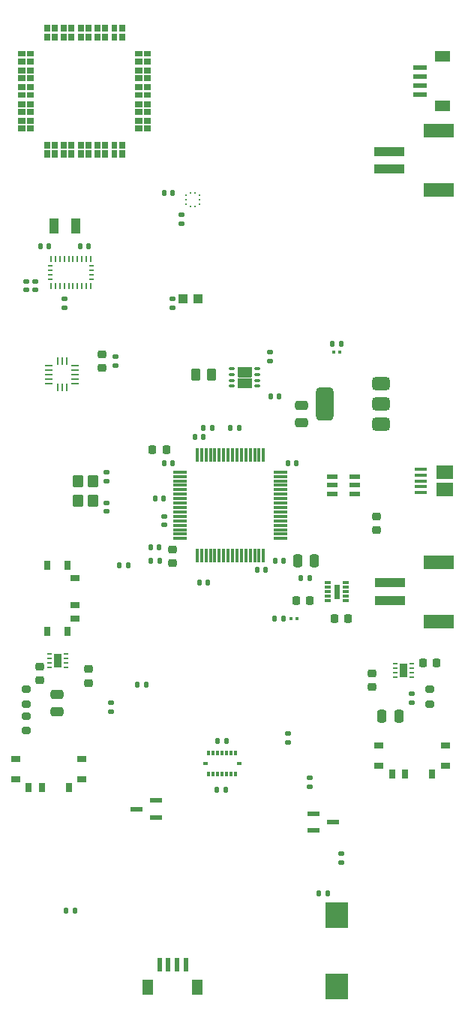
<source format=gbr>
G04 #@! TF.GenerationSoftware,KiCad,Pcbnew,9.0.4*
G04 #@! TF.CreationDate,2025-12-10T12:01:20-06:00*
G04 #@! TF.ProjectId,flightcompv2,666c6967-6874-4636-9f6d-7076322e6b69,rev?*
G04 #@! TF.SameCoordinates,Original*
G04 #@! TF.FileFunction,Paste,Top*
G04 #@! TF.FilePolarity,Positive*
%FSLAX46Y46*%
G04 Gerber Fmt 4.6, Leading zero omitted, Abs format (unit mm)*
G04 Created by KiCad (PCBNEW 9.0.4) date 2025-12-10 12:01:20*
%MOMM*%
%LPD*%
G01*
G04 APERTURE LIST*
G04 Aperture macros list*
%AMRoundRect*
0 Rectangle with rounded corners*
0 $1 Rounding radius*
0 $2 $3 $4 $5 $6 $7 $8 $9 X,Y pos of 4 corners*
0 Add a 4 corners polygon primitive as box body*
4,1,4,$2,$3,$4,$5,$6,$7,$8,$9,$2,$3,0*
0 Add four circle primitives for the rounded corners*
1,1,$1+$1,$2,$3*
1,1,$1+$1,$4,$5*
1,1,$1+$1,$6,$7*
1,1,$1+$1,$8,$9*
0 Add four rect primitives between the rounded corners*
20,1,$1+$1,$2,$3,$4,$5,0*
20,1,$1+$1,$4,$5,$6,$7,0*
20,1,$1+$1,$6,$7,$8,$9,0*
20,1,$1+$1,$8,$9,$2,$3,0*%
G04 Aperture macros list end*
%ADD10C,0.000000*%
%ADD11C,0.010000*%
%ADD12R,1.000000X1.800000*%
%ADD13RoundRect,0.250000X-0.475000X0.250000X-0.475000X-0.250000X0.475000X-0.250000X0.475000X0.250000X0*%
%ADD14RoundRect,0.218750X-0.256250X0.218750X-0.256250X-0.218750X0.256250X-0.218750X0.256250X0.218750X0*%
%ADD15R,1.100000X0.700000*%
%ADD16R,0.800000X1.000000*%
%ADD17R,1.549400X0.609600*%
%ADD18R,1.803400X1.193800*%
%ADD19RoundRect,0.225000X0.225000X0.250000X-0.225000X0.250000X-0.225000X-0.250000X0.225000X-0.250000X0*%
%ADD20RoundRect,0.140000X-0.140000X-0.170000X0.140000X-0.170000X0.140000X0.170000X-0.140000X0.170000X0*%
%ADD21RoundRect,0.073750X-0.531250X-0.221250X0.531250X-0.221250X0.531250X0.221250X-0.531250X0.221250X0*%
%ADD22RoundRect,0.225000X-0.250000X0.225000X-0.250000X-0.225000X0.250000X-0.225000X0.250000X0.225000X0*%
%ADD23RoundRect,0.250000X-0.350000X0.450000X-0.350000X-0.450000X0.350000X-0.450000X0.350000X0.450000X0*%
%ADD24R,0.609600X1.549400*%
%ADD25R,1.193800X1.803400*%
%ADD26RoundRect,0.135000X0.185000X-0.135000X0.185000X0.135000X-0.185000X0.135000X-0.185000X-0.135000X0*%
%ADD27R,1.100000X1.000000*%
%ADD28RoundRect,0.218750X-0.218750X-0.256250X0.218750X-0.256250X0.218750X0.256250X-0.218750X0.256250X0*%
%ADD29RoundRect,0.135000X-0.135000X-0.185000X0.135000X-0.185000X0.135000X0.185000X-0.135000X0.185000X0*%
%ADD30R,1.350000X0.400000*%
%ADD31R,1.900000X1.500000*%
%ADD32RoundRect,0.140000X0.170000X-0.140000X0.170000X0.140000X-0.170000X0.140000X-0.170000X-0.140000X0*%
%ADD33R,2.500000X3.000000*%
%ADD34R,0.499999X0.249999*%
%ADD35R,0.900001X1.599999*%
%ADD36R,1.320800X0.558800*%
%ADD37RoundRect,0.200000X-0.275000X0.200000X-0.275000X-0.200000X0.275000X-0.200000X0.275000X0.200000X0*%
%ADD38R,0.250000X0.675000*%
%ADD39R,0.575000X0.250000*%
%ADD40RoundRect,0.225000X0.250000X-0.225000X0.250000X0.225000X-0.250000X0.225000X-0.250000X-0.225000X0*%
%ADD41RoundRect,0.140000X0.140000X0.170000X-0.140000X0.170000X-0.140000X-0.170000X0.140000X-0.170000X0*%
%ADD42R,0.250000X0.275000*%
%ADD43R,0.275000X0.250000*%
%ADD44R,3.500000X1.000000*%
%ADD45R,3.400000X1.500000*%
%ADD46RoundRect,0.135000X0.135000X0.185000X-0.135000X0.185000X-0.135000X-0.185000X0.135000X-0.185000X0*%
%ADD47RoundRect,0.075000X-0.700000X-0.075000X0.700000X-0.075000X0.700000X0.075000X-0.700000X0.075000X0*%
%ADD48RoundRect,0.075000X-0.075000X-0.700000X0.075000X-0.700000X0.075000X0.700000X-0.075000X0.700000X0*%
%ADD49RoundRect,0.250000X-0.262500X-0.450000X0.262500X-0.450000X0.262500X0.450000X-0.262500X0.450000X0*%
%ADD50RoundRect,0.140000X-0.170000X0.140000X-0.170000X-0.140000X0.170000X-0.140000X0.170000X0.140000X0*%
%ADD51RoundRect,0.135000X-0.185000X0.135000X-0.185000X-0.135000X0.185000X-0.135000X0.185000X0.135000X0*%
%ADD52RoundRect,0.250000X0.250000X0.475000X-0.250000X0.475000X-0.250000X-0.475000X0.250000X-0.475000X0*%
%ADD53R,0.700000X1.100000*%
%ADD54R,1.000000X0.800000*%
%ADD55RoundRect,0.052500X-0.247500X-0.097500X0.247500X-0.097500X0.247500X0.097500X-0.247500X0.097500X0*%
%ADD56RoundRect,0.250000X-0.250000X-0.475000X0.250000X-0.475000X0.250000X0.475000X-0.250000X0.475000X0*%
%ADD57R,0.350000X0.590000*%
%ADD58R,0.590000X0.350000*%
%ADD59RoundRect,0.375000X0.625000X0.375000X-0.625000X0.375000X-0.625000X-0.375000X0.625000X-0.375000X0*%
%ADD60RoundRect,0.500000X0.500000X1.400000X-0.500000X1.400000X-0.500000X-1.400000X0.500000X-1.400000X0*%
%ADD61R,0.830000X0.270000*%
%ADD62R,0.270000X0.830000*%
%ADD63RoundRect,0.079500X-0.079500X-0.100500X0.079500X-0.100500X0.079500X0.100500X-0.079500X0.100500X0*%
%ADD64RoundRect,0.033750X0.336250X0.101250X-0.336250X0.101250X-0.336250X-0.101250X0.336250X-0.101250X0*%
%ADD65RoundRect,0.200000X0.275000X-0.200000X0.275000X0.200000X-0.275000X0.200000X-0.275000X-0.200000X0*%
%ADD66RoundRect,0.218750X0.218750X0.256250X-0.218750X0.256250X-0.218750X-0.256250X0.218750X-0.256250X0*%
G04 APERTURE END LIST*
D10*
G36*
X161426999Y-111983001D02*
G01*
X160573001Y-111983001D01*
X160573001Y-110517002D01*
X161426999Y-110517002D01*
X161426999Y-111983001D01*
G37*
G36*
X200476998Y-113132995D02*
G01*
X199623000Y-113132995D01*
X199623000Y-111666996D01*
X200476998Y-111666996D01*
X200476998Y-113132995D01*
G37*
D11*
X157260000Y-43060000D02*
X156540000Y-43060000D01*
X156540000Y-42480000D01*
X157260000Y-42480000D01*
X157260000Y-43060000D01*
G36*
X157260000Y-43060000D02*
G01*
X156540000Y-43060000D01*
X156540000Y-42480000D01*
X157260000Y-42480000D01*
X157260000Y-43060000D01*
G37*
X157260000Y-43920000D02*
X156540000Y-43920000D01*
X156540000Y-43340000D01*
X157260000Y-43340000D01*
X157260000Y-43920000D01*
G36*
X157260000Y-43920000D02*
G01*
X156540000Y-43920000D01*
X156540000Y-43340000D01*
X157260000Y-43340000D01*
X157260000Y-43920000D01*
G37*
X157260000Y-44960000D02*
X156540000Y-44960000D01*
X156540000Y-44380000D01*
X157260000Y-44380000D01*
X157260000Y-44960000D01*
G36*
X157260000Y-44960000D02*
G01*
X156540000Y-44960000D01*
X156540000Y-44380000D01*
X157260000Y-44380000D01*
X157260000Y-44960000D01*
G37*
X157260000Y-45820000D02*
X156540000Y-45820000D01*
X156540000Y-45240000D01*
X157260000Y-45240000D01*
X157260000Y-45820000D01*
G36*
X157260000Y-45820000D02*
G01*
X156540000Y-45820000D01*
X156540000Y-45240000D01*
X157260000Y-45240000D01*
X157260000Y-45820000D01*
G37*
X157260000Y-46860000D02*
X156540000Y-46860000D01*
X156540000Y-46280000D01*
X157260000Y-46280000D01*
X157260000Y-46860000D01*
G36*
X157260000Y-46860000D02*
G01*
X156540000Y-46860000D01*
X156540000Y-46280000D01*
X157260000Y-46280000D01*
X157260000Y-46860000D01*
G37*
X157260000Y-47720000D02*
X156540000Y-47720000D01*
X156540000Y-47140000D01*
X157260000Y-47140000D01*
X157260000Y-47720000D01*
G36*
X157260000Y-47720000D02*
G01*
X156540000Y-47720000D01*
X156540000Y-47140000D01*
X157260000Y-47140000D01*
X157260000Y-47720000D01*
G37*
X157260000Y-48760000D02*
X156540000Y-48760000D01*
X156540000Y-48180000D01*
X157260000Y-48180000D01*
X157260000Y-48760000D01*
G36*
X157260000Y-48760000D02*
G01*
X156540000Y-48760000D01*
X156540000Y-48180000D01*
X157260000Y-48180000D01*
X157260000Y-48760000D01*
G37*
X157260000Y-49620000D02*
X156540000Y-49620000D01*
X156540000Y-49040000D01*
X157260000Y-49040000D01*
X157260000Y-49620000D01*
G36*
X157260000Y-49620000D02*
G01*
X156540000Y-49620000D01*
X156540000Y-49040000D01*
X157260000Y-49040000D01*
X157260000Y-49620000D01*
G37*
X157260000Y-50660000D02*
X156540000Y-50660000D01*
X156540000Y-50080000D01*
X157260000Y-50080000D01*
X157260000Y-50660000D01*
G36*
X157260000Y-50660000D02*
G01*
X156540000Y-50660000D01*
X156540000Y-50080000D01*
X157260000Y-50080000D01*
X157260000Y-50660000D01*
G37*
X157260000Y-51520000D02*
X156540000Y-51520000D01*
X156540000Y-50940000D01*
X157260000Y-50940000D01*
X157260000Y-51520000D01*
G36*
X157260000Y-51520000D02*
G01*
X156540000Y-51520000D01*
X156540000Y-50940000D01*
X157260000Y-50940000D01*
X157260000Y-51520000D01*
G37*
X158260000Y-43060000D02*
X157540000Y-43060000D01*
X157540000Y-42480000D01*
X158260000Y-42480000D01*
X158260000Y-43060000D01*
G36*
X158260000Y-43060000D02*
G01*
X157540000Y-43060000D01*
X157540000Y-42480000D01*
X158260000Y-42480000D01*
X158260000Y-43060000D01*
G37*
X158260000Y-43920000D02*
X157540000Y-43920000D01*
X157540000Y-43340000D01*
X158260000Y-43340000D01*
X158260000Y-43920000D01*
G36*
X158260000Y-43920000D02*
G01*
X157540000Y-43920000D01*
X157540000Y-43340000D01*
X158260000Y-43340000D01*
X158260000Y-43920000D01*
G37*
X158260000Y-44960000D02*
X157540000Y-44960000D01*
X157540000Y-44380000D01*
X158260000Y-44380000D01*
X158260000Y-44960000D01*
G36*
X158260000Y-44960000D02*
G01*
X157540000Y-44960000D01*
X157540000Y-44380000D01*
X158260000Y-44380000D01*
X158260000Y-44960000D01*
G37*
X158260000Y-45820000D02*
X157540000Y-45820000D01*
X157540000Y-45240000D01*
X158260000Y-45240000D01*
X158260000Y-45820000D01*
G36*
X158260000Y-45820000D02*
G01*
X157540000Y-45820000D01*
X157540000Y-45240000D01*
X158260000Y-45240000D01*
X158260000Y-45820000D01*
G37*
X158260000Y-46860000D02*
X157540000Y-46860000D01*
X157540000Y-46280000D01*
X158260000Y-46280000D01*
X158260000Y-46860000D01*
G36*
X158260000Y-46860000D02*
G01*
X157540000Y-46860000D01*
X157540000Y-46280000D01*
X158260000Y-46280000D01*
X158260000Y-46860000D01*
G37*
X158260000Y-47720000D02*
X157540000Y-47720000D01*
X157540000Y-47140000D01*
X158260000Y-47140000D01*
X158260000Y-47720000D01*
G36*
X158260000Y-47720000D02*
G01*
X157540000Y-47720000D01*
X157540000Y-47140000D01*
X158260000Y-47140000D01*
X158260000Y-47720000D01*
G37*
X158260000Y-48760000D02*
X157540000Y-48760000D01*
X157540000Y-48180000D01*
X158260000Y-48180000D01*
X158260000Y-48760000D01*
G36*
X158260000Y-48760000D02*
G01*
X157540000Y-48760000D01*
X157540000Y-48180000D01*
X158260000Y-48180000D01*
X158260000Y-48760000D01*
G37*
X158260000Y-49620000D02*
X157540000Y-49620000D01*
X157540000Y-49040000D01*
X158260000Y-49040000D01*
X158260000Y-49620000D01*
G36*
X158260000Y-49620000D02*
G01*
X157540000Y-49620000D01*
X157540000Y-49040000D01*
X158260000Y-49040000D01*
X158260000Y-49620000D01*
G37*
X158260000Y-50660000D02*
X157540000Y-50660000D01*
X157540000Y-50080000D01*
X158260000Y-50080000D01*
X158260000Y-50660000D01*
G36*
X158260000Y-50660000D02*
G01*
X157540000Y-50660000D01*
X157540000Y-50080000D01*
X158260000Y-50080000D01*
X158260000Y-50660000D01*
G37*
X158260000Y-51520000D02*
X157540000Y-51520000D01*
X157540000Y-50940000D01*
X158260000Y-50940000D01*
X158260000Y-51520000D01*
G36*
X158260000Y-51520000D02*
G01*
X157540000Y-51520000D01*
X157540000Y-50940000D01*
X158260000Y-50940000D01*
X158260000Y-51520000D01*
G37*
X160060000Y-40260000D02*
X159480000Y-40260000D01*
X159480000Y-39540000D01*
X160060000Y-39540000D01*
X160060000Y-40260000D01*
G36*
X160060000Y-40260000D02*
G01*
X159480000Y-40260000D01*
X159480000Y-39540000D01*
X160060000Y-39540000D01*
X160060000Y-40260000D01*
G37*
X160060000Y-41260000D02*
X159480000Y-41260000D01*
X159480000Y-40540000D01*
X160060000Y-40540000D01*
X160060000Y-41260000D01*
G36*
X160060000Y-41260000D02*
G01*
X159480000Y-41260000D01*
X159480000Y-40540000D01*
X160060000Y-40540000D01*
X160060000Y-41260000D01*
G37*
X160060000Y-53460000D02*
X159480000Y-53460000D01*
X159480000Y-52740000D01*
X160060000Y-52740000D01*
X160060000Y-53460000D01*
G36*
X160060000Y-53460000D02*
G01*
X159480000Y-53460000D01*
X159480000Y-52740000D01*
X160060000Y-52740000D01*
X160060000Y-53460000D01*
G37*
X160060000Y-54460000D02*
X159480000Y-54460000D01*
X159480000Y-53740000D01*
X160060000Y-53740000D01*
X160060000Y-54460000D01*
G36*
X160060000Y-54460000D02*
G01*
X159480000Y-54460000D01*
X159480000Y-53740000D01*
X160060000Y-53740000D01*
X160060000Y-54460000D01*
G37*
X160920000Y-40260000D02*
X160340000Y-40260000D01*
X160340000Y-39540000D01*
X160920000Y-39540000D01*
X160920000Y-40260000D01*
G36*
X160920000Y-40260000D02*
G01*
X160340000Y-40260000D01*
X160340000Y-39540000D01*
X160920000Y-39540000D01*
X160920000Y-40260000D01*
G37*
X160920000Y-41260000D02*
X160340000Y-41260000D01*
X160340000Y-40540000D01*
X160920000Y-40540000D01*
X160920000Y-41260000D01*
G36*
X160920000Y-41260000D02*
G01*
X160340000Y-41260000D01*
X160340000Y-40540000D01*
X160920000Y-40540000D01*
X160920000Y-41260000D01*
G37*
X160920000Y-53460000D02*
X160340000Y-53460000D01*
X160340000Y-52740000D01*
X160920000Y-52740000D01*
X160920000Y-53460000D01*
G36*
X160920000Y-53460000D02*
G01*
X160340000Y-53460000D01*
X160340000Y-52740000D01*
X160920000Y-52740000D01*
X160920000Y-53460000D01*
G37*
X160920000Y-54460000D02*
X160340000Y-54460000D01*
X160340000Y-53740000D01*
X160920000Y-53740000D01*
X160920000Y-54460000D01*
G36*
X160920000Y-54460000D02*
G01*
X160340000Y-54460000D01*
X160340000Y-53740000D01*
X160920000Y-53740000D01*
X160920000Y-54460000D01*
G37*
X161960000Y-40260000D02*
X161380000Y-40260000D01*
X161380000Y-39540000D01*
X161960000Y-39540000D01*
X161960000Y-40260000D01*
G36*
X161960000Y-40260000D02*
G01*
X161380000Y-40260000D01*
X161380000Y-39540000D01*
X161960000Y-39540000D01*
X161960000Y-40260000D01*
G37*
X161960000Y-41260000D02*
X161380000Y-41260000D01*
X161380000Y-40540000D01*
X161960000Y-40540000D01*
X161960000Y-41260000D01*
G36*
X161960000Y-41260000D02*
G01*
X161380000Y-41260000D01*
X161380000Y-40540000D01*
X161960000Y-40540000D01*
X161960000Y-41260000D01*
G37*
X161960000Y-53460000D02*
X161380000Y-53460000D01*
X161380000Y-52740000D01*
X161960000Y-52740000D01*
X161960000Y-53460000D01*
G36*
X161960000Y-53460000D02*
G01*
X161380000Y-53460000D01*
X161380000Y-52740000D01*
X161960000Y-52740000D01*
X161960000Y-53460000D01*
G37*
X161960000Y-54460000D02*
X161380000Y-54460000D01*
X161380000Y-53740000D01*
X161960000Y-53740000D01*
X161960000Y-54460000D01*
G36*
X161960000Y-54460000D02*
G01*
X161380000Y-54460000D01*
X161380000Y-53740000D01*
X161960000Y-53740000D01*
X161960000Y-54460000D01*
G37*
X162820000Y-40260000D02*
X162240000Y-40260000D01*
X162240000Y-39540000D01*
X162820000Y-39540000D01*
X162820000Y-40260000D01*
G36*
X162820000Y-40260000D02*
G01*
X162240000Y-40260000D01*
X162240000Y-39540000D01*
X162820000Y-39540000D01*
X162820000Y-40260000D01*
G37*
X162820000Y-41260000D02*
X162240000Y-41260000D01*
X162240000Y-40540000D01*
X162820000Y-40540000D01*
X162820000Y-41260000D01*
G36*
X162820000Y-41260000D02*
G01*
X162240000Y-41260000D01*
X162240000Y-40540000D01*
X162820000Y-40540000D01*
X162820000Y-41260000D01*
G37*
X162820000Y-53460000D02*
X162240000Y-53460000D01*
X162240000Y-52740000D01*
X162820000Y-52740000D01*
X162820000Y-53460000D01*
G36*
X162820000Y-53460000D02*
G01*
X162240000Y-53460000D01*
X162240000Y-52740000D01*
X162820000Y-52740000D01*
X162820000Y-53460000D01*
G37*
X162820000Y-54460000D02*
X162240000Y-54460000D01*
X162240000Y-53740000D01*
X162820000Y-53740000D01*
X162820000Y-54460000D01*
G36*
X162820000Y-54460000D02*
G01*
X162240000Y-54460000D01*
X162240000Y-53740000D01*
X162820000Y-53740000D01*
X162820000Y-54460000D01*
G37*
X163860000Y-40260000D02*
X163280000Y-40260000D01*
X163280000Y-39540000D01*
X163860000Y-39540000D01*
X163860000Y-40260000D01*
G36*
X163860000Y-40260000D02*
G01*
X163280000Y-40260000D01*
X163280000Y-39540000D01*
X163860000Y-39540000D01*
X163860000Y-40260000D01*
G37*
X163860000Y-41260000D02*
X163280000Y-41260000D01*
X163280000Y-40540000D01*
X163860000Y-40540000D01*
X163860000Y-41260000D01*
G36*
X163860000Y-41260000D02*
G01*
X163280000Y-41260000D01*
X163280000Y-40540000D01*
X163860000Y-40540000D01*
X163860000Y-41260000D01*
G37*
X163860000Y-53460000D02*
X163280000Y-53460000D01*
X163280000Y-52740000D01*
X163860000Y-52740000D01*
X163860000Y-53460000D01*
G36*
X163860000Y-53460000D02*
G01*
X163280000Y-53460000D01*
X163280000Y-52740000D01*
X163860000Y-52740000D01*
X163860000Y-53460000D01*
G37*
X163860000Y-54460000D02*
X163280000Y-54460000D01*
X163280000Y-53740000D01*
X163860000Y-53740000D01*
X163860000Y-54460000D01*
G36*
X163860000Y-54460000D02*
G01*
X163280000Y-54460000D01*
X163280000Y-53740000D01*
X163860000Y-53740000D01*
X163860000Y-54460000D01*
G37*
X164720000Y-40260000D02*
X164140000Y-40260000D01*
X164140000Y-39540000D01*
X164720000Y-39540000D01*
X164720000Y-40260000D01*
G36*
X164720000Y-40260000D02*
G01*
X164140000Y-40260000D01*
X164140000Y-39540000D01*
X164720000Y-39540000D01*
X164720000Y-40260000D01*
G37*
X164720000Y-41260000D02*
X164140000Y-41260000D01*
X164140000Y-40540000D01*
X164720000Y-40540000D01*
X164720000Y-41260000D01*
G36*
X164720000Y-41260000D02*
G01*
X164140000Y-41260000D01*
X164140000Y-40540000D01*
X164720000Y-40540000D01*
X164720000Y-41260000D01*
G37*
X164720000Y-53460000D02*
X164140000Y-53460000D01*
X164140000Y-52740000D01*
X164720000Y-52740000D01*
X164720000Y-53460000D01*
G36*
X164720000Y-53460000D02*
G01*
X164140000Y-53460000D01*
X164140000Y-52740000D01*
X164720000Y-52740000D01*
X164720000Y-53460000D01*
G37*
X164720000Y-54460000D02*
X164140000Y-54460000D01*
X164140000Y-53740000D01*
X164720000Y-53740000D01*
X164720000Y-54460000D01*
G36*
X164720000Y-54460000D02*
G01*
X164140000Y-54460000D01*
X164140000Y-53740000D01*
X164720000Y-53740000D01*
X164720000Y-54460000D01*
G37*
X165760000Y-40260000D02*
X165180000Y-40260000D01*
X165180000Y-39540000D01*
X165760000Y-39540000D01*
X165760000Y-40260000D01*
G36*
X165760000Y-40260000D02*
G01*
X165180000Y-40260000D01*
X165180000Y-39540000D01*
X165760000Y-39540000D01*
X165760000Y-40260000D01*
G37*
X165760000Y-41260000D02*
X165180000Y-41260000D01*
X165180000Y-40540000D01*
X165760000Y-40540000D01*
X165760000Y-41260000D01*
G36*
X165760000Y-41260000D02*
G01*
X165180000Y-41260000D01*
X165180000Y-40540000D01*
X165760000Y-40540000D01*
X165760000Y-41260000D01*
G37*
X165760000Y-53460000D02*
X165180000Y-53460000D01*
X165180000Y-52740000D01*
X165760000Y-52740000D01*
X165760000Y-53460000D01*
G36*
X165760000Y-53460000D02*
G01*
X165180000Y-53460000D01*
X165180000Y-52740000D01*
X165760000Y-52740000D01*
X165760000Y-53460000D01*
G37*
X165760000Y-54460000D02*
X165180000Y-54460000D01*
X165180000Y-53740000D01*
X165760000Y-53740000D01*
X165760000Y-54460000D01*
G36*
X165760000Y-54460000D02*
G01*
X165180000Y-54460000D01*
X165180000Y-53740000D01*
X165760000Y-53740000D01*
X165760000Y-54460000D01*
G37*
X166620000Y-40260000D02*
X166040000Y-40260000D01*
X166040000Y-39540000D01*
X166620000Y-39540000D01*
X166620000Y-40260000D01*
G36*
X166620000Y-40260000D02*
G01*
X166040000Y-40260000D01*
X166040000Y-39540000D01*
X166620000Y-39540000D01*
X166620000Y-40260000D01*
G37*
X166620000Y-41260000D02*
X166040000Y-41260000D01*
X166040000Y-40540000D01*
X166620000Y-40540000D01*
X166620000Y-41260000D01*
G36*
X166620000Y-41260000D02*
G01*
X166040000Y-41260000D01*
X166040000Y-40540000D01*
X166620000Y-40540000D01*
X166620000Y-41260000D01*
G37*
X166620000Y-53460000D02*
X166040000Y-53460000D01*
X166040000Y-52740000D01*
X166620000Y-52740000D01*
X166620000Y-53460000D01*
G36*
X166620000Y-53460000D02*
G01*
X166040000Y-53460000D01*
X166040000Y-52740000D01*
X166620000Y-52740000D01*
X166620000Y-53460000D01*
G37*
X166620000Y-54460000D02*
X166040000Y-54460000D01*
X166040000Y-53740000D01*
X166620000Y-53740000D01*
X166620000Y-54460000D01*
G36*
X166620000Y-54460000D02*
G01*
X166040000Y-54460000D01*
X166040000Y-53740000D01*
X166620000Y-53740000D01*
X166620000Y-54460000D01*
G37*
X167660000Y-40260000D02*
X167080000Y-40260000D01*
X167080000Y-39540000D01*
X167660000Y-39540000D01*
X167660000Y-40260000D01*
G36*
X167660000Y-40260000D02*
G01*
X167080000Y-40260000D01*
X167080000Y-39540000D01*
X167660000Y-39540000D01*
X167660000Y-40260000D01*
G37*
X167660000Y-41260000D02*
X167080000Y-41260000D01*
X167080000Y-40540000D01*
X167660000Y-40540000D01*
X167660000Y-41260000D01*
G36*
X167660000Y-41260000D02*
G01*
X167080000Y-41260000D01*
X167080000Y-40540000D01*
X167660000Y-40540000D01*
X167660000Y-41260000D01*
G37*
X167660000Y-53460000D02*
X167080000Y-53460000D01*
X167080000Y-52740000D01*
X167660000Y-52740000D01*
X167660000Y-53460000D01*
G36*
X167660000Y-53460000D02*
G01*
X167080000Y-53460000D01*
X167080000Y-52740000D01*
X167660000Y-52740000D01*
X167660000Y-53460000D01*
G37*
X167660000Y-54460000D02*
X167080000Y-54460000D01*
X167080000Y-53740000D01*
X167660000Y-53740000D01*
X167660000Y-54460000D01*
G36*
X167660000Y-54460000D02*
G01*
X167080000Y-54460000D01*
X167080000Y-53740000D01*
X167660000Y-53740000D01*
X167660000Y-54460000D01*
G37*
X168520000Y-40260000D02*
X167940000Y-40260000D01*
X167940000Y-39540000D01*
X168520000Y-39540000D01*
X168520000Y-40260000D01*
G36*
X168520000Y-40260000D02*
G01*
X167940000Y-40260000D01*
X167940000Y-39540000D01*
X168520000Y-39540000D01*
X168520000Y-40260000D01*
G37*
X168520000Y-41260000D02*
X167940000Y-41260000D01*
X167940000Y-40540000D01*
X168520000Y-40540000D01*
X168520000Y-41260000D01*
G36*
X168520000Y-41260000D02*
G01*
X167940000Y-41260000D01*
X167940000Y-40540000D01*
X168520000Y-40540000D01*
X168520000Y-41260000D01*
G37*
X168520000Y-53460000D02*
X167940000Y-53460000D01*
X167940000Y-52740000D01*
X168520000Y-52740000D01*
X168520000Y-53460000D01*
G36*
X168520000Y-53460000D02*
G01*
X167940000Y-53460000D01*
X167940000Y-52740000D01*
X168520000Y-52740000D01*
X168520000Y-53460000D01*
G37*
X168520000Y-54460000D02*
X167940000Y-54460000D01*
X167940000Y-53740000D01*
X168520000Y-53740000D01*
X168520000Y-54460000D01*
G36*
X168520000Y-54460000D02*
G01*
X167940000Y-54460000D01*
X167940000Y-53740000D01*
X168520000Y-53740000D01*
X168520000Y-54460000D01*
G37*
X170460000Y-43060000D02*
X169740000Y-43060000D01*
X169740000Y-42480000D01*
X170460000Y-42480000D01*
X170460000Y-43060000D01*
G36*
X170460000Y-43060000D02*
G01*
X169740000Y-43060000D01*
X169740000Y-42480000D01*
X170460000Y-42480000D01*
X170460000Y-43060000D01*
G37*
X170460000Y-43920000D02*
X169740000Y-43920000D01*
X169740000Y-43340000D01*
X170460000Y-43340000D01*
X170460000Y-43920000D01*
G36*
X170460000Y-43920000D02*
G01*
X169740000Y-43920000D01*
X169740000Y-43340000D01*
X170460000Y-43340000D01*
X170460000Y-43920000D01*
G37*
X170460000Y-44960000D02*
X169740000Y-44960000D01*
X169740000Y-44380000D01*
X170460000Y-44380000D01*
X170460000Y-44960000D01*
G36*
X170460000Y-44960000D02*
G01*
X169740000Y-44960000D01*
X169740000Y-44380000D01*
X170460000Y-44380000D01*
X170460000Y-44960000D01*
G37*
X170460000Y-45820000D02*
X169740000Y-45820000D01*
X169740000Y-45240000D01*
X170460000Y-45240000D01*
X170460000Y-45820000D01*
G36*
X170460000Y-45820000D02*
G01*
X169740000Y-45820000D01*
X169740000Y-45240000D01*
X170460000Y-45240000D01*
X170460000Y-45820000D01*
G37*
X170460000Y-46860000D02*
X169740000Y-46860000D01*
X169740000Y-46280000D01*
X170460000Y-46280000D01*
X170460000Y-46860000D01*
G36*
X170460000Y-46860000D02*
G01*
X169740000Y-46860000D01*
X169740000Y-46280000D01*
X170460000Y-46280000D01*
X170460000Y-46860000D01*
G37*
X170460000Y-47720000D02*
X169740000Y-47720000D01*
X169740000Y-47140000D01*
X170460000Y-47140000D01*
X170460000Y-47720000D01*
G36*
X170460000Y-47720000D02*
G01*
X169740000Y-47720000D01*
X169740000Y-47140000D01*
X170460000Y-47140000D01*
X170460000Y-47720000D01*
G37*
X170460000Y-48760000D02*
X169740000Y-48760000D01*
X169740000Y-48180000D01*
X170460000Y-48180000D01*
X170460000Y-48760000D01*
G36*
X170460000Y-48760000D02*
G01*
X169740000Y-48760000D01*
X169740000Y-48180000D01*
X170460000Y-48180000D01*
X170460000Y-48760000D01*
G37*
X170460000Y-49620000D02*
X169740000Y-49620000D01*
X169740000Y-49040000D01*
X170460000Y-49040000D01*
X170460000Y-49620000D01*
G36*
X170460000Y-49620000D02*
G01*
X169740000Y-49620000D01*
X169740000Y-49040000D01*
X170460000Y-49040000D01*
X170460000Y-49620000D01*
G37*
X170460000Y-50660000D02*
X169740000Y-50660000D01*
X169740000Y-50080000D01*
X170460000Y-50080000D01*
X170460000Y-50660000D01*
G36*
X170460000Y-50660000D02*
G01*
X169740000Y-50660000D01*
X169740000Y-50080000D01*
X170460000Y-50080000D01*
X170460000Y-50660000D01*
G37*
X170460000Y-51520000D02*
X169740000Y-51520000D01*
X169740000Y-50940000D01*
X170460000Y-50940000D01*
X170460000Y-51520000D01*
G36*
X170460000Y-51520000D02*
G01*
X169740000Y-51520000D01*
X169740000Y-50940000D01*
X170460000Y-50940000D01*
X170460000Y-51520000D01*
G37*
X171460000Y-43060000D02*
X170740000Y-43060000D01*
X170740000Y-42480000D01*
X171460000Y-42480000D01*
X171460000Y-43060000D01*
G36*
X171460000Y-43060000D02*
G01*
X170740000Y-43060000D01*
X170740000Y-42480000D01*
X171460000Y-42480000D01*
X171460000Y-43060000D01*
G37*
X171460000Y-43920000D02*
X170740000Y-43920000D01*
X170740000Y-43340000D01*
X171460000Y-43340000D01*
X171460000Y-43920000D01*
G36*
X171460000Y-43920000D02*
G01*
X170740000Y-43920000D01*
X170740000Y-43340000D01*
X171460000Y-43340000D01*
X171460000Y-43920000D01*
G37*
X171460000Y-44960000D02*
X170740000Y-44960000D01*
X170740000Y-44380000D01*
X171460000Y-44380000D01*
X171460000Y-44960000D01*
G36*
X171460000Y-44960000D02*
G01*
X170740000Y-44960000D01*
X170740000Y-44380000D01*
X171460000Y-44380000D01*
X171460000Y-44960000D01*
G37*
X171460000Y-45820000D02*
X170740000Y-45820000D01*
X170740000Y-45240000D01*
X171460000Y-45240000D01*
X171460000Y-45820000D01*
G36*
X171460000Y-45820000D02*
G01*
X170740000Y-45820000D01*
X170740000Y-45240000D01*
X171460000Y-45240000D01*
X171460000Y-45820000D01*
G37*
X171460000Y-46860000D02*
X170740000Y-46860000D01*
X170740000Y-46280000D01*
X171460000Y-46280000D01*
X171460000Y-46860000D01*
G36*
X171460000Y-46860000D02*
G01*
X170740000Y-46860000D01*
X170740000Y-46280000D01*
X171460000Y-46280000D01*
X171460000Y-46860000D01*
G37*
X171460000Y-47720000D02*
X170740000Y-47720000D01*
X170740000Y-47140000D01*
X171460000Y-47140000D01*
X171460000Y-47720000D01*
G36*
X171460000Y-47720000D02*
G01*
X170740000Y-47720000D01*
X170740000Y-47140000D01*
X171460000Y-47140000D01*
X171460000Y-47720000D01*
G37*
X171460000Y-48760000D02*
X170740000Y-48760000D01*
X170740000Y-48180000D01*
X171460000Y-48180000D01*
X171460000Y-48760000D01*
G36*
X171460000Y-48760000D02*
G01*
X170740000Y-48760000D01*
X170740000Y-48180000D01*
X171460000Y-48180000D01*
X171460000Y-48760000D01*
G37*
X171460000Y-49620000D02*
X170740000Y-49620000D01*
X170740000Y-49040000D01*
X171460000Y-49040000D01*
X171460000Y-49620000D01*
G36*
X171460000Y-49620000D02*
G01*
X170740000Y-49620000D01*
X170740000Y-49040000D01*
X171460000Y-49040000D01*
X171460000Y-49620000D01*
G37*
X171460000Y-50660000D02*
X170740000Y-50660000D01*
X170740000Y-50080000D01*
X171460000Y-50080000D01*
X171460000Y-50660000D01*
G36*
X171460000Y-50660000D02*
G01*
X170740000Y-50660000D01*
X170740000Y-50080000D01*
X171460000Y-50080000D01*
X171460000Y-50660000D01*
G37*
X171460000Y-51520000D02*
X170740000Y-51520000D01*
X170740000Y-50940000D01*
X171460000Y-50940000D01*
X171460000Y-51520000D01*
G36*
X171460000Y-51520000D02*
G01*
X170740000Y-51520000D01*
X170740000Y-50940000D01*
X171460000Y-50940000D01*
X171460000Y-51520000D01*
G37*
X182793000Y-78166000D02*
X182795000Y-78166000D01*
X182798000Y-78167000D01*
X182800000Y-78167000D01*
X182803000Y-78168000D01*
X182805000Y-78169000D01*
X182808000Y-78170000D01*
X182810000Y-78172000D01*
X182812000Y-78173000D01*
X182814000Y-78175000D01*
X182816000Y-78176000D01*
X182818000Y-78178000D01*
X182820000Y-78180000D01*
X182822000Y-78182000D01*
X182824000Y-78184000D01*
X182825000Y-78186000D01*
X182827000Y-78188000D01*
X182828000Y-78190000D01*
X182830000Y-78192000D01*
X182831000Y-78195000D01*
X182832000Y-78197000D01*
X182833000Y-78200000D01*
X182833000Y-78202000D01*
X182834000Y-78205000D01*
X182834000Y-78207000D01*
X182835000Y-78210000D01*
X182835000Y-78212000D01*
X182835000Y-78215000D01*
X182835000Y-79175000D01*
X182835000Y-79178000D01*
X182835000Y-79180000D01*
X182834000Y-79183000D01*
X182834000Y-79185000D01*
X182833000Y-79188000D01*
X182833000Y-79190000D01*
X182832000Y-79193000D01*
X182831000Y-79195000D01*
X182830000Y-79198000D01*
X182828000Y-79200000D01*
X182827000Y-79202000D01*
X182825000Y-79204000D01*
X182824000Y-79206000D01*
X182822000Y-79208000D01*
X182820000Y-79210000D01*
X182818000Y-79212000D01*
X182816000Y-79214000D01*
X182814000Y-79215000D01*
X182812000Y-79217000D01*
X182810000Y-79218000D01*
X182808000Y-79220000D01*
X182805000Y-79221000D01*
X182803000Y-79222000D01*
X182800000Y-79223000D01*
X182798000Y-79223000D01*
X182795000Y-79224000D01*
X182793000Y-79224000D01*
X182790000Y-79225000D01*
X182788000Y-79225000D01*
X182785000Y-79225000D01*
X181415000Y-79225000D01*
X181412000Y-79225000D01*
X181410000Y-79225000D01*
X181407000Y-79224000D01*
X181405000Y-79224000D01*
X181402000Y-79223000D01*
X181400000Y-79223000D01*
X181397000Y-79222000D01*
X181395000Y-79221000D01*
X181392000Y-79220000D01*
X181390000Y-79218000D01*
X181388000Y-79217000D01*
X181386000Y-79215000D01*
X181384000Y-79214000D01*
X181382000Y-79212000D01*
X181380000Y-79210000D01*
X181378000Y-79208000D01*
X181376000Y-79206000D01*
X181375000Y-79204000D01*
X181373000Y-79202000D01*
X181372000Y-79200000D01*
X181370000Y-79198000D01*
X181369000Y-79195000D01*
X181368000Y-79193000D01*
X181367000Y-79190000D01*
X181367000Y-79188000D01*
X181366000Y-79185000D01*
X181366000Y-79183000D01*
X181365000Y-79180000D01*
X181365000Y-79178000D01*
X181365000Y-79175000D01*
X181365000Y-78215000D01*
X181365000Y-78212000D01*
X181365000Y-78210000D01*
X181366000Y-78207000D01*
X181366000Y-78205000D01*
X181367000Y-78202000D01*
X181367000Y-78200000D01*
X181368000Y-78197000D01*
X181369000Y-78195000D01*
X181370000Y-78192000D01*
X181372000Y-78190000D01*
X181373000Y-78188000D01*
X181375000Y-78186000D01*
X181376000Y-78184000D01*
X181378000Y-78182000D01*
X181380000Y-78180000D01*
X181382000Y-78178000D01*
X181384000Y-78176000D01*
X181386000Y-78175000D01*
X181388000Y-78173000D01*
X181390000Y-78172000D01*
X181392000Y-78170000D01*
X181395000Y-78169000D01*
X181397000Y-78168000D01*
X181400000Y-78167000D01*
X181402000Y-78167000D01*
X181405000Y-78166000D01*
X181407000Y-78166000D01*
X181410000Y-78165000D01*
X181412000Y-78165000D01*
X181415000Y-78165000D01*
X182785000Y-78165000D01*
X182788000Y-78165000D01*
X182790000Y-78165000D01*
X182793000Y-78166000D01*
G36*
X182793000Y-78166000D02*
G01*
X182795000Y-78166000D01*
X182798000Y-78167000D01*
X182800000Y-78167000D01*
X182803000Y-78168000D01*
X182805000Y-78169000D01*
X182808000Y-78170000D01*
X182810000Y-78172000D01*
X182812000Y-78173000D01*
X182814000Y-78175000D01*
X182816000Y-78176000D01*
X182818000Y-78178000D01*
X182820000Y-78180000D01*
X182822000Y-78182000D01*
X182824000Y-78184000D01*
X182825000Y-78186000D01*
X182827000Y-78188000D01*
X182828000Y-78190000D01*
X182830000Y-78192000D01*
X182831000Y-78195000D01*
X182832000Y-78197000D01*
X182833000Y-78200000D01*
X182833000Y-78202000D01*
X182834000Y-78205000D01*
X182834000Y-78207000D01*
X182835000Y-78210000D01*
X182835000Y-78212000D01*
X182835000Y-78215000D01*
X182835000Y-79175000D01*
X182835000Y-79178000D01*
X182835000Y-79180000D01*
X182834000Y-79183000D01*
X182834000Y-79185000D01*
X182833000Y-79188000D01*
X182833000Y-79190000D01*
X182832000Y-79193000D01*
X182831000Y-79195000D01*
X182830000Y-79198000D01*
X182828000Y-79200000D01*
X182827000Y-79202000D01*
X182825000Y-79204000D01*
X182824000Y-79206000D01*
X182822000Y-79208000D01*
X182820000Y-79210000D01*
X182818000Y-79212000D01*
X182816000Y-79214000D01*
X182814000Y-79215000D01*
X182812000Y-79217000D01*
X182810000Y-79218000D01*
X182808000Y-79220000D01*
X182805000Y-79221000D01*
X182803000Y-79222000D01*
X182800000Y-79223000D01*
X182798000Y-79223000D01*
X182795000Y-79224000D01*
X182793000Y-79224000D01*
X182790000Y-79225000D01*
X182788000Y-79225000D01*
X182785000Y-79225000D01*
X181415000Y-79225000D01*
X181412000Y-79225000D01*
X181410000Y-79225000D01*
X181407000Y-79224000D01*
X181405000Y-79224000D01*
X181402000Y-79223000D01*
X181400000Y-79223000D01*
X181397000Y-79222000D01*
X181395000Y-79221000D01*
X181392000Y-79220000D01*
X181390000Y-79218000D01*
X181388000Y-79217000D01*
X181386000Y-79215000D01*
X181384000Y-79214000D01*
X181382000Y-79212000D01*
X181380000Y-79210000D01*
X181378000Y-79208000D01*
X181376000Y-79206000D01*
X181375000Y-79204000D01*
X181373000Y-79202000D01*
X181372000Y-79200000D01*
X181370000Y-79198000D01*
X181369000Y-79195000D01*
X181368000Y-79193000D01*
X181367000Y-79190000D01*
X181367000Y-79188000D01*
X181366000Y-79185000D01*
X181366000Y-79183000D01*
X181365000Y-79180000D01*
X181365000Y-79178000D01*
X181365000Y-79175000D01*
X181365000Y-78215000D01*
X181365000Y-78212000D01*
X181365000Y-78210000D01*
X181366000Y-78207000D01*
X181366000Y-78205000D01*
X181367000Y-78202000D01*
X181367000Y-78200000D01*
X181368000Y-78197000D01*
X181369000Y-78195000D01*
X181370000Y-78192000D01*
X181372000Y-78190000D01*
X181373000Y-78188000D01*
X181375000Y-78186000D01*
X181376000Y-78184000D01*
X181378000Y-78182000D01*
X181380000Y-78180000D01*
X181382000Y-78178000D01*
X181384000Y-78176000D01*
X181386000Y-78175000D01*
X181388000Y-78173000D01*
X181390000Y-78172000D01*
X181392000Y-78170000D01*
X181395000Y-78169000D01*
X181397000Y-78168000D01*
X181400000Y-78167000D01*
X181402000Y-78167000D01*
X181405000Y-78166000D01*
X181407000Y-78166000D01*
X181410000Y-78165000D01*
X181412000Y-78165000D01*
X181415000Y-78165000D01*
X182785000Y-78165000D01*
X182788000Y-78165000D01*
X182790000Y-78165000D01*
X182793000Y-78166000D01*
G37*
X182793000Y-79426000D02*
X182795000Y-79426000D01*
X182798000Y-79427000D01*
X182800000Y-79427000D01*
X182803000Y-79428000D01*
X182805000Y-79429000D01*
X182808000Y-79430000D01*
X182810000Y-79432000D01*
X182812000Y-79433000D01*
X182814000Y-79435000D01*
X182816000Y-79436000D01*
X182818000Y-79438000D01*
X182820000Y-79440000D01*
X182822000Y-79442000D01*
X182824000Y-79444000D01*
X182825000Y-79446000D01*
X182827000Y-79448000D01*
X182828000Y-79450000D01*
X182830000Y-79452000D01*
X182831000Y-79455000D01*
X182832000Y-79457000D01*
X182833000Y-79460000D01*
X182833000Y-79462000D01*
X182834000Y-79465000D01*
X182834000Y-79467000D01*
X182835000Y-79470000D01*
X182835000Y-79472000D01*
X182835000Y-79475000D01*
X182835000Y-80435000D01*
X182835000Y-80438000D01*
X182835000Y-80440000D01*
X182834000Y-80443000D01*
X182834000Y-80445000D01*
X182833000Y-80448000D01*
X182833000Y-80450000D01*
X182832000Y-80453000D01*
X182831000Y-80455000D01*
X182830000Y-80458000D01*
X182828000Y-80460000D01*
X182827000Y-80462000D01*
X182825000Y-80464000D01*
X182824000Y-80466000D01*
X182822000Y-80468000D01*
X182820000Y-80470000D01*
X182818000Y-80472000D01*
X182816000Y-80474000D01*
X182814000Y-80475000D01*
X182812000Y-80477000D01*
X182810000Y-80478000D01*
X182808000Y-80480000D01*
X182805000Y-80481000D01*
X182803000Y-80482000D01*
X182800000Y-80483000D01*
X182798000Y-80483000D01*
X182795000Y-80484000D01*
X182793000Y-80484000D01*
X182790000Y-80485000D01*
X182788000Y-80485000D01*
X182785000Y-80485000D01*
X181415000Y-80485000D01*
X181412000Y-80485000D01*
X181410000Y-80485000D01*
X181407000Y-80484000D01*
X181405000Y-80484000D01*
X181402000Y-80483000D01*
X181400000Y-80483000D01*
X181397000Y-80482000D01*
X181395000Y-80481000D01*
X181392000Y-80480000D01*
X181390000Y-80478000D01*
X181388000Y-80477000D01*
X181386000Y-80475000D01*
X181384000Y-80474000D01*
X181382000Y-80472000D01*
X181380000Y-80470000D01*
X181378000Y-80468000D01*
X181376000Y-80466000D01*
X181375000Y-80464000D01*
X181373000Y-80462000D01*
X181372000Y-80460000D01*
X181370000Y-80458000D01*
X181369000Y-80455000D01*
X181368000Y-80453000D01*
X181367000Y-80450000D01*
X181367000Y-80448000D01*
X181366000Y-80445000D01*
X181366000Y-80443000D01*
X181365000Y-80440000D01*
X181365000Y-80438000D01*
X181365000Y-80435000D01*
X181365000Y-79475000D01*
X181365000Y-79472000D01*
X181365000Y-79470000D01*
X181366000Y-79467000D01*
X181366000Y-79465000D01*
X181367000Y-79462000D01*
X181367000Y-79460000D01*
X181368000Y-79457000D01*
X181369000Y-79455000D01*
X181370000Y-79452000D01*
X181372000Y-79450000D01*
X181373000Y-79448000D01*
X181375000Y-79446000D01*
X181376000Y-79444000D01*
X181378000Y-79442000D01*
X181380000Y-79440000D01*
X181382000Y-79438000D01*
X181384000Y-79436000D01*
X181386000Y-79435000D01*
X181388000Y-79433000D01*
X181390000Y-79432000D01*
X181392000Y-79430000D01*
X181395000Y-79429000D01*
X181397000Y-79428000D01*
X181400000Y-79427000D01*
X181402000Y-79427000D01*
X181405000Y-79426000D01*
X181407000Y-79426000D01*
X181410000Y-79425000D01*
X181412000Y-79425000D01*
X181415000Y-79425000D01*
X182785000Y-79425000D01*
X182788000Y-79425000D01*
X182790000Y-79425000D01*
X182793000Y-79426000D01*
G36*
X182793000Y-79426000D02*
G01*
X182795000Y-79426000D01*
X182798000Y-79427000D01*
X182800000Y-79427000D01*
X182803000Y-79428000D01*
X182805000Y-79429000D01*
X182808000Y-79430000D01*
X182810000Y-79432000D01*
X182812000Y-79433000D01*
X182814000Y-79435000D01*
X182816000Y-79436000D01*
X182818000Y-79438000D01*
X182820000Y-79440000D01*
X182822000Y-79442000D01*
X182824000Y-79444000D01*
X182825000Y-79446000D01*
X182827000Y-79448000D01*
X182828000Y-79450000D01*
X182830000Y-79452000D01*
X182831000Y-79455000D01*
X182832000Y-79457000D01*
X182833000Y-79460000D01*
X182833000Y-79462000D01*
X182834000Y-79465000D01*
X182834000Y-79467000D01*
X182835000Y-79470000D01*
X182835000Y-79472000D01*
X182835000Y-79475000D01*
X182835000Y-80435000D01*
X182835000Y-80438000D01*
X182835000Y-80440000D01*
X182834000Y-80443000D01*
X182834000Y-80445000D01*
X182833000Y-80448000D01*
X182833000Y-80450000D01*
X182832000Y-80453000D01*
X182831000Y-80455000D01*
X182830000Y-80458000D01*
X182828000Y-80460000D01*
X182827000Y-80462000D01*
X182825000Y-80464000D01*
X182824000Y-80466000D01*
X182822000Y-80468000D01*
X182820000Y-80470000D01*
X182818000Y-80472000D01*
X182816000Y-80474000D01*
X182814000Y-80475000D01*
X182812000Y-80477000D01*
X182810000Y-80478000D01*
X182808000Y-80480000D01*
X182805000Y-80481000D01*
X182803000Y-80482000D01*
X182800000Y-80483000D01*
X182798000Y-80483000D01*
X182795000Y-80484000D01*
X182793000Y-80484000D01*
X182790000Y-80485000D01*
X182788000Y-80485000D01*
X182785000Y-80485000D01*
X181415000Y-80485000D01*
X181412000Y-80485000D01*
X181410000Y-80485000D01*
X181407000Y-80484000D01*
X181405000Y-80484000D01*
X181402000Y-80483000D01*
X181400000Y-80483000D01*
X181397000Y-80482000D01*
X181395000Y-80481000D01*
X181392000Y-80480000D01*
X181390000Y-80478000D01*
X181388000Y-80477000D01*
X181386000Y-80475000D01*
X181384000Y-80474000D01*
X181382000Y-80472000D01*
X181380000Y-80470000D01*
X181378000Y-80468000D01*
X181376000Y-80466000D01*
X181375000Y-80464000D01*
X181373000Y-80462000D01*
X181372000Y-80460000D01*
X181370000Y-80458000D01*
X181369000Y-80455000D01*
X181368000Y-80453000D01*
X181367000Y-80450000D01*
X181367000Y-80448000D01*
X181366000Y-80445000D01*
X181366000Y-80443000D01*
X181365000Y-80440000D01*
X181365000Y-80438000D01*
X181365000Y-80435000D01*
X181365000Y-79475000D01*
X181365000Y-79472000D01*
X181365000Y-79470000D01*
X181366000Y-79467000D01*
X181366000Y-79465000D01*
X181367000Y-79462000D01*
X181367000Y-79460000D01*
X181368000Y-79457000D01*
X181369000Y-79455000D01*
X181370000Y-79452000D01*
X181372000Y-79450000D01*
X181373000Y-79448000D01*
X181375000Y-79446000D01*
X181376000Y-79444000D01*
X181378000Y-79442000D01*
X181380000Y-79440000D01*
X181382000Y-79438000D01*
X181384000Y-79436000D01*
X181386000Y-79435000D01*
X181388000Y-79433000D01*
X181390000Y-79432000D01*
X181392000Y-79430000D01*
X181395000Y-79429000D01*
X181397000Y-79428000D01*
X181400000Y-79427000D01*
X181402000Y-79427000D01*
X181405000Y-79426000D01*
X181407000Y-79426000D01*
X181410000Y-79425000D01*
X181412000Y-79425000D01*
X181415000Y-79425000D01*
X182785000Y-79425000D01*
X182788000Y-79425000D01*
X182790000Y-79425000D01*
X182793000Y-79426000D01*
G37*
X192770000Y-104260000D02*
X192240000Y-104260000D01*
X192240000Y-102740000D01*
X192770000Y-102740000D01*
X192770000Y-104260000D01*
G36*
X192770000Y-104260000D02*
G01*
X192240000Y-104260000D01*
X192240000Y-102740000D01*
X192770000Y-102740000D01*
X192770000Y-104260000D01*
G37*
D12*
X163062500Y-62250000D03*
X160562500Y-62250000D03*
D13*
X160950001Y-115100000D03*
X160950001Y-117000000D03*
D14*
X158950001Y-111925000D03*
X158950001Y-113500000D03*
D15*
X163000000Y-102000000D03*
X163000000Y-105000000D03*
X163000000Y-106500000D03*
D16*
X159800000Y-108000000D03*
X159800000Y-100500000D03*
X162100000Y-100500000D03*
X162100000Y-108000000D03*
D13*
X188500000Y-82500000D03*
X188500000Y-84400000D03*
D17*
X201891550Y-44405050D03*
X201891550Y-45405051D03*
X201891550Y-46405049D03*
X201891550Y-47405050D03*
D18*
X204416549Y-43105051D03*
X204416549Y-48705049D03*
D19*
X193775000Y-106500000D03*
X192225000Y-106500000D03*
D20*
X163540000Y-64500000D03*
X164500000Y-64500000D03*
D21*
X192000000Y-90550000D03*
X192000000Y-91500000D03*
X192000000Y-92450000D03*
X194510000Y-92450000D03*
X194510000Y-91500000D03*
X194510000Y-90550000D03*
D14*
X174000000Y-98712500D03*
X174000000Y-100287500D03*
D22*
X197000000Y-95000000D03*
X197000000Y-96550000D03*
D23*
X163300000Y-91000000D03*
X163300000Y-93200000D03*
X165000000Y-93200000D03*
X165000000Y-91000000D03*
D24*
X175500000Y-145578400D03*
X174499999Y-145578400D03*
X173500001Y-145578400D03*
X172500000Y-145578400D03*
D25*
X176799999Y-148103399D03*
X171200001Y-148103399D03*
D26*
X187000000Y-120520000D03*
X187000000Y-119500000D03*
D27*
X175150000Y-70500000D03*
X176850000Y-70500000D03*
D28*
X202212500Y-111500000D03*
X203787500Y-111500000D03*
D29*
X161980000Y-139500000D03*
X163000000Y-139500000D03*
D30*
X202000000Y-92300000D03*
X202000000Y-91650000D03*
X202000000Y-91000000D03*
X202000000Y-90350000D03*
X202000000Y-89700000D03*
D31*
X204675000Y-92000000D03*
X204675000Y-90000000D03*
D32*
X185000000Y-77460000D03*
X185000000Y-76500000D03*
D33*
X192500000Y-148000000D03*
X192500000Y-140000000D03*
D34*
X161950001Y-111999999D03*
X161950001Y-111500000D03*
X161950001Y-110999998D03*
X161950001Y-110500000D03*
X160049999Y-110500000D03*
X160049999Y-110999998D03*
X160049999Y-111500000D03*
X160049999Y-111999999D03*
D35*
X161000000Y-111250001D03*
D36*
X172092200Y-128939800D03*
X172092200Y-127060200D03*
X169907800Y-128000000D03*
D37*
X157450001Y-114500000D03*
X157450001Y-116150000D03*
D38*
X160250000Y-65937500D03*
D39*
X160187500Y-66750000D03*
X160187500Y-67250000D03*
X160187500Y-67750000D03*
X160187500Y-68250000D03*
D38*
X160250000Y-69062500D03*
X160750000Y-69062500D03*
X161250000Y-69062500D03*
X161750000Y-69062500D03*
X162250000Y-69062500D03*
X162750000Y-69062500D03*
X163250000Y-69062500D03*
X163750000Y-69062500D03*
X164250000Y-69062500D03*
X164750000Y-69062500D03*
D39*
X164812500Y-68250000D03*
X164812500Y-67750000D03*
X164812500Y-67250000D03*
X164812500Y-66750000D03*
D38*
X164750000Y-65937500D03*
X164250000Y-65937500D03*
X163750000Y-65937500D03*
X163250000Y-65937500D03*
X162750000Y-65937500D03*
X162250000Y-65937500D03*
X161750000Y-65937500D03*
X161250000Y-65937500D03*
X160750000Y-65937500D03*
D40*
X166000000Y-78275000D03*
X166000000Y-76725000D03*
D34*
X199099998Y-111649998D03*
X199099998Y-112149997D03*
X199099998Y-112649999D03*
X199099998Y-113149997D03*
X201000000Y-113149997D03*
X201000000Y-112649999D03*
X201000000Y-112149997D03*
X201000000Y-111649998D03*
D35*
X200049999Y-112399996D03*
D41*
X172500000Y-100000000D03*
X171540000Y-100000000D03*
D42*
X176000000Y-60025000D03*
X176500000Y-60025000D03*
D43*
X177012500Y-59762500D03*
X177012500Y-59262500D03*
X177012500Y-58762500D03*
D42*
X176500000Y-58500000D03*
X176000000Y-58500000D03*
D43*
X175487500Y-58762500D03*
X175487500Y-59262500D03*
X175487500Y-59762500D03*
D22*
X164500000Y-112225000D03*
X164500000Y-113775000D03*
D20*
X187020000Y-89000000D03*
X187980000Y-89000000D03*
D44*
X198500000Y-104500000D03*
X198500000Y-102500000D03*
D45*
X204050000Y-106850000D03*
X204050000Y-100150000D03*
D20*
X179006238Y-125869998D03*
X179966238Y-125869998D03*
D46*
X178500000Y-85000000D03*
X177480000Y-85000000D03*
D47*
X174825000Y-90000000D03*
X174825000Y-90500000D03*
X174825000Y-91000000D03*
X174825000Y-91500000D03*
X174825000Y-92000000D03*
X174825000Y-92500000D03*
X174825000Y-93000000D03*
X174825000Y-93500000D03*
X174825000Y-94000000D03*
X174825000Y-94500000D03*
X174825000Y-95000000D03*
X174825000Y-95500000D03*
X174825000Y-96000000D03*
X174825000Y-96500000D03*
X174825000Y-97000000D03*
X174825000Y-97500000D03*
D48*
X176750000Y-99425000D03*
X177250000Y-99425000D03*
X177750000Y-99425000D03*
X178250000Y-99425000D03*
X178750000Y-99425000D03*
X179250000Y-99425000D03*
X179750000Y-99425000D03*
X180250000Y-99425000D03*
X180750000Y-99425000D03*
X181250000Y-99425000D03*
X181750000Y-99425000D03*
X182250000Y-99425000D03*
X182750000Y-99425000D03*
X183250000Y-99425000D03*
X183750000Y-99425000D03*
X184250000Y-99425000D03*
D47*
X186175000Y-97500000D03*
X186175000Y-97000000D03*
X186175000Y-96500000D03*
X186175000Y-96000000D03*
X186175000Y-95500000D03*
X186175000Y-95000000D03*
X186175000Y-94500000D03*
X186175000Y-94000000D03*
X186175000Y-93500000D03*
X186175000Y-93000000D03*
X186175000Y-92500000D03*
X186175000Y-92000000D03*
X186175000Y-91500000D03*
X186175000Y-91000000D03*
X186175000Y-90500000D03*
X186175000Y-90000000D03*
D48*
X184250000Y-88075000D03*
X183750000Y-88075000D03*
X183250000Y-88075000D03*
X182750000Y-88075000D03*
X182250000Y-88075000D03*
X181750000Y-88075000D03*
X181250000Y-88075000D03*
X180750000Y-88075000D03*
X180250000Y-88075000D03*
X179750000Y-88075000D03*
X179250000Y-88075000D03*
X178750000Y-88075000D03*
X178250000Y-88075000D03*
X177750000Y-88075000D03*
X177250000Y-88075000D03*
X176750000Y-88075000D03*
D49*
X176577500Y-79000000D03*
X178402500Y-79000000D03*
D41*
X172480000Y-98500000D03*
X171520000Y-98500000D03*
D20*
X185540000Y-100000000D03*
X186500000Y-100000000D03*
D41*
X177980000Y-102500000D03*
X177020000Y-102500000D03*
D37*
X203000000Y-114500000D03*
X203000000Y-116150000D03*
D46*
X186510000Y-106500000D03*
X185490000Y-106500000D03*
D32*
X167500000Y-77980000D03*
X167500000Y-77020000D03*
D29*
X191980000Y-75500000D03*
X193000000Y-75500000D03*
D26*
X200990000Y-116020000D03*
X200990000Y-115000000D03*
D22*
X196500000Y-112725000D03*
X196500000Y-114275000D03*
D50*
X157500000Y-68480000D03*
X157500000Y-69440000D03*
D29*
X180490000Y-85000000D03*
X181510000Y-85000000D03*
D51*
X174000000Y-70500000D03*
X174000000Y-71520000D03*
D52*
X199500000Y-117500000D03*
X197600000Y-117500000D03*
D46*
X171000000Y-114000000D03*
X169980000Y-114000000D03*
D29*
X190490000Y-137500000D03*
X191510000Y-137500000D03*
D32*
X173000000Y-95980000D03*
X173000000Y-95020000D03*
D53*
X203250000Y-124050000D03*
X200250000Y-124050000D03*
X198750000Y-124050000D03*
D54*
X197250000Y-120850000D03*
X204750000Y-120850000D03*
X204750000Y-123150000D03*
X197250000Y-123150000D03*
D50*
X166500000Y-93500000D03*
X166500000Y-94460000D03*
D51*
X193000000Y-132990000D03*
X193000000Y-134010000D03*
D20*
X185040000Y-81500000D03*
X186000000Y-81500000D03*
D55*
X180700000Y-78350000D03*
X180700000Y-79000000D03*
X180700000Y-79650000D03*
X180700000Y-80300000D03*
X183500000Y-80300000D03*
X183500000Y-79650000D03*
X183500000Y-79000000D03*
X183500000Y-78350000D03*
D56*
X188100000Y-100000000D03*
X190000000Y-100000000D03*
D57*
X178071238Y-121704998D03*
X178571238Y-121704998D03*
X179071238Y-121704998D03*
X179571238Y-121704998D03*
X180071238Y-121704998D03*
X180571238Y-121704998D03*
X181071238Y-121704998D03*
D58*
X181486238Y-122869998D03*
D57*
X181071238Y-124034998D03*
X180571238Y-124034998D03*
X180071238Y-124034998D03*
X179571238Y-124034998D03*
X179071238Y-124034998D03*
X178571238Y-124034998D03*
X178071238Y-124034998D03*
D58*
X177656238Y-122869998D03*
D26*
X189500000Y-125510000D03*
X189500000Y-124490000D03*
D36*
X189907800Y-128560200D03*
X189907800Y-130439800D03*
X192092200Y-129500000D03*
D50*
X158500000Y-68500000D03*
X158500000Y-69460000D03*
D41*
X180051238Y-120369998D03*
X179091238Y-120369998D03*
D59*
X197500000Y-84600000D03*
X197500000Y-82300000D03*
D60*
X191200000Y-82300000D03*
D59*
X197500000Y-80000000D03*
D20*
X176520000Y-86000000D03*
X177480000Y-86000000D03*
D41*
X173980000Y-58525000D03*
X173020000Y-58525000D03*
D53*
X162250000Y-125550000D03*
X159250000Y-125550000D03*
X157750000Y-125550000D03*
D54*
X156250000Y-122350000D03*
X163750000Y-122350000D03*
X163750000Y-124650000D03*
X156250000Y-124650000D03*
D19*
X173275000Y-87500000D03*
X171725000Y-87500000D03*
D61*
X160030000Y-78000000D03*
X160030000Y-78500000D03*
X160030000Y-79000000D03*
X160030000Y-79500000D03*
X160030000Y-80000000D03*
D62*
X161000000Y-80470000D03*
X161500000Y-80470000D03*
X162000000Y-80470000D03*
D61*
X162970000Y-80000000D03*
X162970000Y-79500000D03*
X162970000Y-79000000D03*
X162970000Y-78500000D03*
X162970000Y-78000000D03*
D62*
X162000000Y-77530000D03*
X161500000Y-77530000D03*
X161000000Y-77530000D03*
D63*
X192155000Y-76500000D03*
X192845000Y-76500000D03*
D44*
X198450000Y-55850000D03*
X198450000Y-53850000D03*
D45*
X204000000Y-58200000D03*
X204000000Y-51500000D03*
D32*
X175000000Y-61980000D03*
X175000000Y-61020000D03*
D29*
X188480000Y-102000000D03*
X189500000Y-102000000D03*
D64*
X193500000Y-104500000D03*
X193500000Y-104000000D03*
X193500000Y-103500000D03*
X193500000Y-103000000D03*
X193500000Y-102500000D03*
X191510000Y-102500000D03*
X191510000Y-103000000D03*
X191510000Y-103500000D03*
X191510000Y-104000000D03*
X191510000Y-104500000D03*
D41*
X173980000Y-89000000D03*
X173020000Y-89000000D03*
X172980000Y-93000000D03*
X172020000Y-93000000D03*
D26*
X167000000Y-117010000D03*
X167000000Y-115990000D03*
D41*
X160000000Y-64500000D03*
X159040000Y-64500000D03*
D50*
X161812500Y-70500000D03*
X161812500Y-71460000D03*
D63*
X187310000Y-106500000D03*
X188000000Y-106500000D03*
D32*
X166500000Y-91000000D03*
X166500000Y-90040000D03*
D29*
X167990000Y-100500000D03*
X169010000Y-100500000D03*
D65*
X157500000Y-119150000D03*
X157500000Y-117500000D03*
D41*
X184500000Y-101000000D03*
X183540000Y-101000000D03*
D66*
X189500000Y-104500000D03*
X187925000Y-104500000D03*
M02*

</source>
